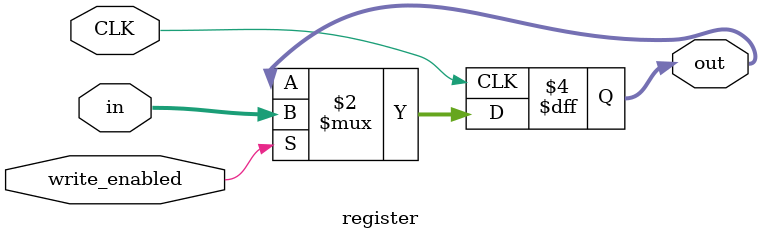
<source format=v>
`timescale 1ns / 1ps

module register(
	input [15:0] in,
	input CLK,
	input write_enabled,
	output reg[15:0] out);
	
	always @ (posedge(CLK)) begin

		if (write_enabled)
			begin 
				out <= in;
			end
		end
endmodule

</source>
